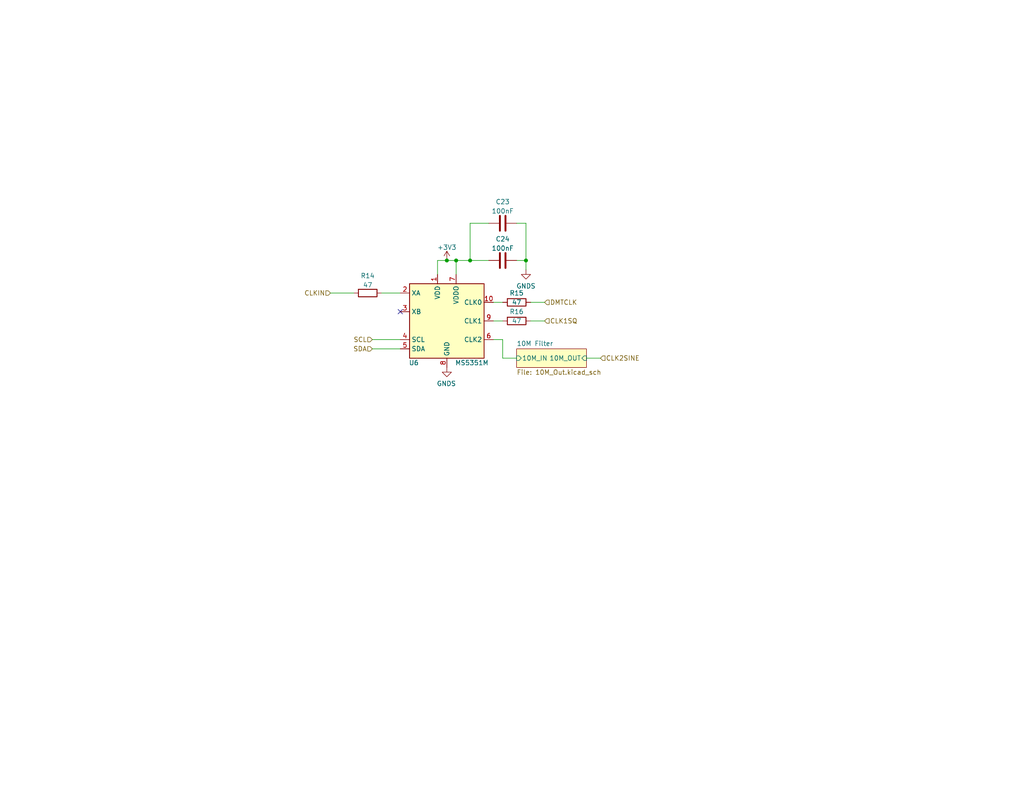
<source format=kicad_sch>
(kicad_sch (version 20211123) (generator eeschema)
  (paper "USLetter")
  (title_block (title "UCCM+BBB Carrier") (date "2022-10-07") (rev "1") (company "VE7XEN"))
  (lib_symbols
    (symbol "Device:C" (pin_numbers hide) (pin_names (offset 0.254))
      (property "Reference" "C" (at 0.635 2.54 0))
      (property "Value" "C" (at 0.635 -2.54 0))
      (symbol "C_0_1"
        (polyline (pts (xy -2.032 -0.762) (xy 2.032 -0.762)) (stroke (width 0.508)))
        (polyline (pts (xy -2.032 0.762) (xy 2.032 0.762)) (stroke (width 0.508)))
      )
      (symbol "C_1_1"
        (pin passive line (at 0 3.81 270) (length 2.794) (name "~") (number "1"))
        (pin passive line (at 0 -3.81 90) (length 2.794) (name "~") (number "2"))
      )
    )
    (symbol "Device:R" (pin_numbers hide) (pin_names (offset 0))
      (property "Reference" "R" (at 2.032 0 90))
      (property "Value" "R" (at 0 0 90))
      (symbol "R_0_1"
        (rectangle (start -1.016 -2.54) (end 1.016 2.54) (stroke (width 0.254)))
      )
      (symbol "R_1_1"
        (pin passive line (at 0 3.81 270) (length 1.27) (name "~") (number "1"))
        (pin passive line (at 0 -3.81 90) (length 1.27) (name "~") (number "2"))
      )
    )
    (symbol "Oscillator:Si5351A-B-GT"
      (property "Reference" "U" (at -8.89 11.43 0))
      (property "Value" "Si5351A-B-GT" (at -12.7 -12.7 0))
      (symbol "Si5351A-B-GT_0_1"
        (rectangle (start -10.16 10.16) (end 10.16 -10.16) (stroke (width 0.254)) (fill (type background)))
      )
      (symbol "Si5351A-B-GT_1_1"
        (pin power_in line (at -2.54 12.7 270) (length 2.54) (name "VDD") (number "1"))
        (pin output line (at 12.7 5.08 180) (length 2.54) (name "CLK0") (number "10"))
        (pin input line (at -12.7 7.62 0) (length 2.54) (name "XA") (number "2"))
        (pin input line (at -12.7 2.54 0) (length 2.54) (name "XB") (number "3"))
        (pin input line (at -12.7 -5.08 0) (length 2.54) (name "SCL") (number "4"))
        (pin bidirectional line (at -12.7 -7.62 0) (length 2.54) (name "SDA") (number "5"))
        (pin output line (at 12.7 -5.08 180) (length 2.54) (name "CLK2") (number "6"))
        (pin power_in line (at 2.54 12.7 270) (length 2.54) (name "VDDO") (number "7"))
        (pin power_in line (at 0 -12.7 90) (length 2.54) (name "GND") (number "8"))
        (pin output line (at 12.7 0 180) (length 2.54) (name "CLK1") (number "9"))
      )
    )
    (symbol "power:+3V3" (power) (pin_names (offset 0))
      (property "Value" "+3V3" (at 0 3.556 0))
      (symbol "+3V3_0_1"
        (polyline (pts (xy -0.762 1.27) (xy 0 2.54)))
        (polyline (pts (xy 0 0) (xy 0 2.54)))
        (polyline (pts (xy 0 2.54) (xy 0.762 1.27)))
      )
      (symbol "+3V3_1_1"
        (pin power_in line (at 0 0 90) (length 0) hide (name "+3V3") (number "1"))
      )
    )
    (symbol "power:GNDS" (power) (pin_names (offset 0))
      (property "Value" "GNDS" (at 0 -3.81 0))
      (symbol "GNDS_0_1"
        (polyline (pts (xy 0 0) (xy 0 -1.27) (xy 1.27 -1.27) (xy 0 -2.54) (xy -1.27 -1.27) (xy 0 -1.27)))
      )
      (symbol "GNDS_1_1"
        (pin power_in line (at 0 0 270) (length 0) hide (name "GNDS") (number "1"))
      )
    )
  )
  (junction (at 143.51 71.12))
  (junction (at 121.92 71.12))
  (junction (at 128.27 71.12))
  (junction (at 124.46 71.12))
  (no_connect (at 109.22 85.09))
  (wire (pts (xy 137.16 92.71) (xy 137.16 97.79)))
  (wire (pts (xy 119.38 74.93) (xy 119.38 71.12)))
  (wire (pts (xy 124.46 71.12) (xy 124.46 74.93)))
  (wire (pts (xy 121.92 71.12) (xy 124.46 71.12)))
  (wire (pts (xy 134.62 92.71) (xy 137.16 92.71)))
  (wire (pts (xy 133.35 71.12) (xy 128.27 71.12)))
  (wire (pts (xy 101.6 92.71) (xy 109.22 92.71)))
  (wire (pts (xy 140.97 60.96) (xy 143.51 60.96)))
  (wire (pts (xy 128.27 60.96) (xy 128.27 71.12)))
  (wire (pts (xy 104.14 80.01) (xy 109.22 80.01)))
  (wire (pts (xy 128.27 71.12) (xy 124.46 71.12)))
  (wire (pts (xy 143.51 71.12) (xy 140.97 71.12)))
  (wire (pts (xy 160.02 97.79) (xy 163.83 97.79)))
  (wire (pts (xy 144.78 82.55) (xy 148.59 82.55)))
  (wire (pts (xy 133.35 60.96) (xy 128.27 60.96)))
  (wire (pts (xy 137.16 97.79) (xy 140.97 97.79)))
  (wire (pts (xy 137.16 82.55) (xy 134.62 82.55)))
  (wire (pts (xy 101.6 95.25) (xy 109.22 95.25)))
  (wire (pts (xy 90.17 80.01) (xy 96.52 80.01)))
  (wire (pts (xy 144.78 87.63) (xy 148.59 87.63)))
  (wire (pts (xy 119.38 71.12) (xy 121.92 71.12)))
  (wire (pts (xy 137.16 87.63) (xy 134.62 87.63)))
  (wire (pts (xy 143.51 60.96) (xy 143.51 71.12)))
  (wire (pts (xy 143.51 73.66) (xy 143.51 71.12)))
  (hierarchical_label "SCL" (shape input) (at 101.6 92.71 180))
  (hierarchical_label "DMTCLK" (shape input) (at 148.59 82.55 0))
  (hierarchical_label "SDA" (shape input) (at 101.6 95.25 180))
  (hierarchical_label "CLK2SINE" (shape input) (at 163.83 97.79 0))
  (hierarchical_label "CLK1SQ" (shape input) (at 148.59 87.63 0))
  (hierarchical_label "CLKIN" (shape input) (at 90.17 80.01 180))
  (symbol (lib_id "Oscillator:Si5351A-B-GT") (at 121.92 87.63 0) (unit 1)
    (property "Reference" "U6" (at 114.3 99.06 0) (effects (justify right)))
    (property "Value" "MS5351M" (at 133.35 99.06 0) (effects (justify right)))
    (property "Footprint" "Package_SO:MSOP-10_3x3mm_P0.5mm" (effects hide))
    (property "Datasheet" "https://www.silabs.com/documents/public/data-sheets/Si5351-B.pdf" (effects hide))
    (property "LCSC" "C1509083" (effects hide))
  )
  (symbol (lib_id "power:GNDS") (at 121.92 100.33 0) (mirror y) (unit 1)
    (property "Reference" "#PWR056" (effects hide))
    (property "Value" "GNDS" (at 121.793 104.7242 0))
  )
  (symbol (lib_id "Device:R") (at 140.97 87.63 270) (mirror x) (unit 1)
    (property "Reference" "R16" (at 140.97 85.09 90))
    (property "Value" "47" (at 140.97 87.63 90))
    (property "Footprint" "Resistor_SMD:R_0805_2012Metric_Pad1.20x1.40mm_HandSolder" (effects hide))
    (property "LCSC" "C17714" (effects hide))
  )
  (symbol (lib_id "Device:C") (at 137.16 71.12 270) (mirror x) (unit 1)
    (property "Reference" "C24" (at 137.16 65.2612 90))
    (property "Value" "100nF" (at 137.16 67.7981 90))
    (property "Footprint" "Capacitor_SMD:C_0805_2012Metric_Pad1.18x1.45mm_HandSolder" (effects hide))
    (property "LCSC" "C49678" (effects hide))
  )
  (symbol (lib_id "power:+3V3") (at 121.92 71.12 0) (unit 1)
    (property "Reference" "#PWR055" (effects hide))
    (property "Value" "+3V3" (at 121.92 67.5442 0))
  )
  (symbol (lib_id "power:GNDS") (at 143.51 73.66 0) (mirror y) (unit 1)
    (property "Reference" "#PWR057" (effects hide))
    (property "Value" "GNDS" (at 143.51 78.1034 0))
  )
  (symbol (lib_id "Device:R") (at 100.33 80.01 270) (unit 1)
    (property "Reference" "R14" (at 100.33 75.2942 90))
    (property "Value" "47" (at 100.33 77.8311 90))
    (property "Footprint" "Resistor_SMD:R_0805_2012Metric_Pad1.20x1.40mm_HandSolder" (effects hide))
    (property "LCSC" "C17714" (effects hide))
  )
  (symbol (lib_id "Device:C") (at 137.16 60.96 270) (mirror x) (unit 1)
    (property "Reference" "C23" (at 137.16 55.1012 90))
    (property "Value" "100nF" (at 137.16 57.6381 90))
    (property "Footprint" "Capacitor_SMD:C_0805_2012Metric_Pad1.18x1.45mm_HandSolder" (effects hide))
    (property "LCSC" "C49678" (effects hide))
  )
  (symbol (lib_id "Device:R") (at 140.97 82.55 270) (mirror x) (unit 1)
    (property "Reference" "R15" (at 140.97 80.01 90))
    (property "Value" "47" (at 140.97 82.55 90))
    (property "Footprint" "Resistor_SMD:R_0805_2012Metric_Pad1.20x1.40mm_HandSolder" (effects hide))
    (property "LCSC" "C17714" (effects hide))
  )
  (sheet (at 140.97 95.25) (size 19.05 5.08) (stroke (width 0.1524)) (fill (color 255 255 194 1.0000))
    (property "Sheet name" "10M Filter" (at 140.97 94.5384 0) (effects (justify left bottom)))
    (property "Sheet file" "10M_Out.kicad_sch" (at 140.97 100.9146 0) (effects (justify left top)))
    (pin "10M_OUT" input (at 160.02 97.79 0))
    (pin "10M_IN" input (at 140.97 97.79 180))
  )
)
</source>
